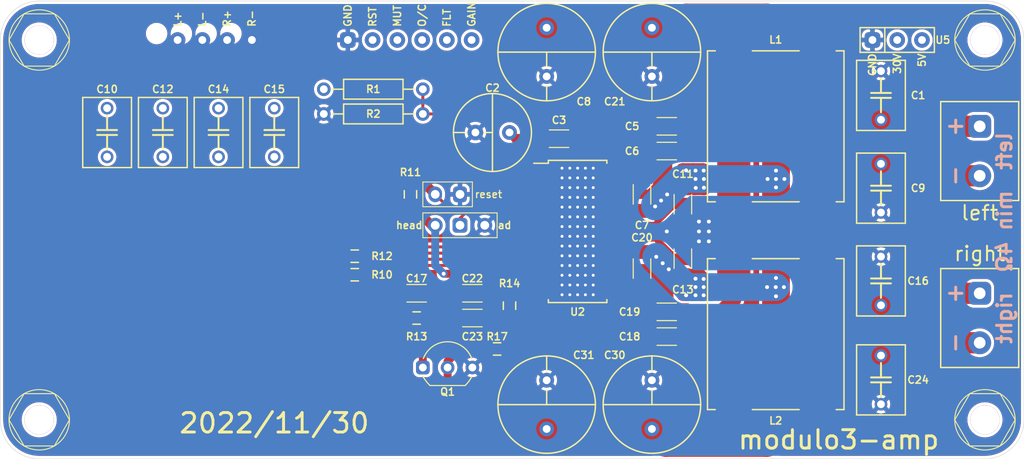
<source format=kicad_pcb>
(kicad_pcb (version 20211014) (generator pcbnew)
  (layers (0 "F.Cu" signal) (31 "B.Cu" signal) (34 "B.Paste" user) (35 "F.Paste" user) (36 "B.SilkS" user "B.Silkscreen") (37 "F.SilkS" user "F.Silkscreen") (38 "B.Mask" user) (39 "F.Mask" user) (44 "Edge.Cuts" user))
  (net 0 "")
  (net 1 "GND")
  (net 2 "Net-(C1-Pad1)")
  (net 3 "+5V")
  (net 4 "Net-(C5-Pad1)")
  (net 5 "Net-(C6-Pad1)")
  (net 6 "+BATT")
  (net 7 "Net-(C9-Pad2)")
  (net 8 "Net-(C10-Pad2)")
  (net 9 "Net-(C12-Pad2)")
  (net 10 "Net-(C14-Pad2)")
  (net 11 "Net-(C15-Pad2)")
  (net 12 "Net-(C16-Pad1)")
  (net 13 "Net-(C18-Pad2)")
  (net 14 "Net-(C19-Pad2)")
  (net 15 "Net-(C24-Pad2)")
  (net 16 "OTW_CLIP")
  (net 17 "FAULT")
  (net 18 "GAIN_SLV")
  (net 19 "Net-(R13-Pad2)")
  (net 20 "HEAD")
  (net 21 "Net-(C10-Pad1)")
  (net 22 "Net-(C12-Pad1)")
  (net 23 "Net-(C14-Pad1)")
  (net 24 "Net-(C15-Pad1)")
  (net 25 "/OUT1_P")
  (net 26 "/OUT1_M")
  (net 27 "/CMUTE")
  (net 28 "/OUT2_M")
  (net 29 "/OUT2_P")
  (net 30 "/GVDD")
  (net 31 "/FREQ_ADJ")
  (net 32 "/RESET")
  (net 39 "Net-(Q1-Pad2)")
  (footprint "myAmp:CPOL_D8_P3.5" (layer "F.Cu") (at 100.485 63.5 180)
    (fp_text reference "C2")
    (fp_text value "470μF")
  )
  (footprint "myAmp:C_1206" (layer "F.Cu") (at 118.364 62.865)
    (fp_text reference "C5")
    (fp_text value "33nF" hide)
  )
  (footprint "myAmp:C_1206" (layer "F.Cu") (at 120.015 70.866 -90)
    (fp_text reference "C11")
    (fp_text value "1μF" hide)
  )
  (footprint "myAmp:C_FILM_L7.2mm_W5.0mm_P5.00mm" (layer "F.Cu") (at 66.675 63.5 -90)
    (fp_text reference "C12")
    (fp_text value "1μF" hide)
  )
  (footprint "myAmp:C_FILM_L7.2mm_W5.0mm_P5.00mm" (layer "F.Cu") (at 72.39 63.5 -90)
    (fp_text reference "C14")
    (fp_text value "1μF" hide)
  )
  (footprint "myAmp:C_FILM_L7.2mm_W5.0mm_P5.00mm" (layer "F.Cu") (at 78.105 63.5 -90)
    (fp_text reference "C15")
    (fp_text value "1μF" hide)
  )
  (footprint "myAmp:C_1206" (layer "F.Cu") (at 92.71 80.01)
    (fp_text reference "C17")
    (fp_text value "33nF" hide)
  )
  (footprint "myAmp:C_1206" (layer "F.Cu") (at 115.824 77.47 -90)
    (fp_text reference "C20")
    (fp_text value "1μF" hide)
  )
  (footprint "myAmp:C_1206" (layer "F.Cu") (at 98.425 80.01 180)
    (fp_text reference "C22")
    (fp_text value "1μF" hide)
  )
  (footprint "myAmp:C_1206" (layer "F.Cu") (at 98.425 82.55 180)
    (fp_text reference "C23")
    (fp_text value "1μF" hide)
  )
  (footprint "myAmp:MountingHole" (layer "F.Cu") (at 151 93)
    (fp_text reference "J1" hide)
    (fp_text value "HOLE" hide)
  )
  (footprint "myAmp:MountingHole" (layer "F.Cu") (at 151 54)
    (fp_text reference "J2" hide)
    (fp_text value "HOLE" hide)
  )
  (footprint "myAmp:MountingHole" (layer "F.Cu") (at 54 54)
    (fp_text reference "J3" hide)
    (fp_text value "HOLE" hide)
  )
  (footprint "myAmp:MountingHole" (layer "F.Cu") (at 54 93)
    (fp_text reference "J4" hide)
    (fp_text value "HOLE" hide)
  )
  (footprint "myAmp:R_10MM" (layer "F.Cu") (at 88.265 61.595)
    (fp_text reference "R2")
    (fp_text value "5K6" hide)
  )
  (footprint "myAmp:R_0805" (layer "F.Cu") (at 92.075 69.85 -90)
    (fp_text reference "R11")
    (fp_text value "47K" hide)
  )
  (footprint "myAmp:Switch_2.5mm" (layer "F.Cu") (at 95.885 69.85)
    (fp_text reference "SW1" hide)
    (fp_text value "reset")
  )
  (footprint "myAmp:SW_SPDT_JUMPER" (layer "F.Cu") (at 97.155 73.025)
    (fp_text reference "SW3" hide)
    (fp_text value "HEAD/AD" hide)
  )
  (footprint "myAmp:CPOL_D10_P5" (layer "F.Cu") (at 106.045 55.245 -90)
    (fp_text reference "C8")
    (fp_text value "220μF")
  )
  (footprint "myAmp:CPOL_D10_P5" (layer "F.Cu") (at 116.84 55.245 -90)
    (fp_text reference "C21")
    (fp_text value "220μF")
  )
  (footprint "myAmp:CPOL_D10_P5" (layer "F.Cu") (at 116.84 91.44 90)
    (fp_text reference "C30")
    (fp_text value "220μF")
  )
  (footprint "myAmp:TSSOP-44_4.4x9.7mm_Pitch0.635mm_ThermalPad" (layer "F.Cu") (at 109.22 73.66)
    (fp_text reference "U2")
    (fp_text value "TPA3220" hide)
  )
  (footprint "myAmp:C_1206" (layer "F.Cu") (at 107.315 64.135 180)
    (fp_text reference "C3")
    (fp_text value "100nF" hide)
  )
  (footprint "myAmp:COILCRAFT-UA801x-AL" (layer "F.Cu") (at 129.54 84.201 -90)
    (fp_text reference "L2")
    (fp_text value "10μH")
  )
  (footprint "myAmp:C_1206" (layer "F.Cu") (at 118.364 81.915 180)
    (fp_text reference "C19")
    (fp_text value "33nF" hide)
  )
  (footprint "myAmp:C_1206" (layer "F.Cu") (at 118.364 65.405)
    (fp_text reference "C6")
    (fp_text value "33nF" hide)
  )
  (footprint "myAmp:C_1206" (layer "F.Cu") (at 118.364 84.455 180)
    (fp_text reference "C18")
    (fp_text value "33nF" hide)
  )
  (footprint "myAmp:CPOL_D10_P5" (layer "F.Cu") (at 106.045 91.44 90)
    (fp_text reference "C31")
    (fp_text value "220μF")
  )
  (footprint "myAmp:C_1206" (layer "F.Cu") (at 115.824 69.85 -90)
    (fp_text reference "C7")
    (fp_text value "1μF" hide)
  )
  (footprint "myAmp:C_1206" (layer "F.Cu") (at 120.015 76.454 90)
    (fp_text reference "C13")
    (fp_text value "1μF" hide)
  )
  (footprint "myAmp:R_0805" (layer "F.Cu") (at 102.235 81.28 90)
    (fp_text reference "R14")
    (fp_text value "3R3" hide)
  )
  (footprint "myAmp:R_0805" (layer "F.Cu") (at 86.36 76.2)
    (fp_text reference "R12")
    (fp_text value "100K" hide)
  )
  (footprint "myAmp:R_10MM" (layer "F.Cu") (at 88.265 59.055 180)
    (fp_text reference "R1")
    (fp_text value "100K" hide)
  )
  (footprint "myAmp:COILCRAFT-UA801x-AL" (layer "F.Cu") (at 129.54 62.865 -90)
    (fp_text reference "L1")
    (fp_text value "10μH")
  )
  (footprint "myAmp:R_0805" (layer "F.Cu") (at 86.36 78.105)
    (fp_text reference "R10")
    (fp_text value "100K" hide)
  )
  (footprint "myAmp:SPKR_5MM_BLUE" (layer "F.Cu") (at 150.46 65.405 90)
    (fp_text reference "SPK1" hide)
    (fp_text value "left")
  )
  (footprint "myAmp:SPKR_5MM_BLUE" (layer "F.Cu") (at 150.46 82.55 90)
    (fp_text reference "SPK2" hide)
    (fp_text value "right")
  )
  (footprint "myAmp:C_FILM_L7.2mm_W5.0mm_P5.00mm" (layer "F.Cu") (at 140.335 59.69 90)
    (fp_text reference "C1")
    (fp_text value "1μF" hide)
  )
  (footprint "myAmp:C_FILM_L7.2mm_W5.0mm_P5.00mm" (layer "F.Cu") (at 140.335 69.215 90)
    (fp_text reference "C9")
    (fp_text value "1μF" hide)
  )
  (footprint "myAmp:C_FILM_L7.2mm_W5.0mm_P5.00mm" (layer "F.Cu") (at 140.335 78.74 90)
    (fp_text reference "C16")
    (fp_text value "1μF" hide)
  )
  (footprint "myAmp:C_FILM_L7.2mm_W5.0mm_P5.00mm" (layer "F.Cu") (at 140.335 88.9 90)
    (fp_text reference "C24")
    (fp_text value "1μF" hide)
  )
  (footprint "myAmp:C_FILM_L7.2mm_W5.0mm_P5.00mm" (layer "F.Cu") (at 60.96 63.5 -90)
    (fp_text reference "C10")
    (fp_text value "1μF" hide)
  )
  (footprint "myAmp:R_0805" (layer "F.Cu") (at 92.71 82.55)
    (fp_text reference "R13")
    (fp_text value "1K" hide)
  )
  (footprint "myAmp:DIFFAUDIO" (layer "F.Cu") (at 72 54)
    (fp_text reference "U1" hide)
    (fp_text value "DIFFAUDIO" hide)
  )
  (footprint "myAmp:AMPCTRL" (layer "F.Cu") (at 92 54)
    (fp_text reference "U6" hide)
    (fp_text value "AMPCTRL" hide)
  )
  (footprint "myAmp:TO-92_Inline_Wide" (layer "F.Cu") (at 95.885 87.63)
    (fp_text reference "Q1")
    (fp_text value "BS170" hide)
  )
  (footprint "myAmp:PWR_CONN" (layer "F.Cu") (at 142 54)
    (fp_text reference "U5")
    (fp_text value "PWR_CONN" hide)
  )
  (footprint "myAmp:R_0805" (layer "F.Cu") (at 100.965 85.725)
    (fp_text reference "R17")
    (fp_text value "47K" hide)
  )
  (gr_line (start 147.365 80.01) (end 148.635 80.01) (layer "B.SilkS") (width 0.3))
  (gr_line (start 148 79.375) (end 148 80.645) (layer "B.SilkS") (width 0.3))
  (gr_line (start 148 84.455) (end 148 85.725) (layer "B.SilkS") (width 0.3))
  (gr_line (start 148 67.31) (end 148 68.58) (layer "B.SilkS") (width 0.3))
  (gr_line (start 148 62.23) (end 148 63.5) (layer "B.SilkS") (width 0.3))
  (gr_line (start 147.365 62.865) (end 148.635 62.865) (layer "B.SilkS") (width 0.3))
  (gr_line (start 54 97) (end 151 97) (layer "Edge.Cuts") (width 0.05))
  (gr_line (start 50 54) (end 50 93) (layer "Edge.Cuts") (width 0.05))
  (gr_line (start 155 54) (end 155 93) (layer "Edge.Cuts") (width 0.05))
  (gr_arc (start 155 93) (mid 153.828427 95.828427) (end 151 97) (layer "Edge.Cuts") (width 0.05))
  (gr_line (start 54 50) (end 151 50) (layer "Edge.Cuts") (width 0.05))
  (gr_arc (start 151 50) (mid 153.828427 51.171573) (end 155 54) (layer "Edge.Cuts") (width 0.05))
  (gr_arc (start 50 54) (mid 51.171573 51.171573) (end 54 50) (layer "Edge.Cuts") (width 0.05))
  (gr_arc (start 54 97) (mid 51.171573 95.828427) (end 50 93) (layer "Edge.Cuts") (width 0.05))
  (gr_text "right" (at 153 82.55 90) (layer "B.SilkS") (effects (font (size 1.5 1.5) (thickness 0.3)) (justify mirror)))
  (gr_text "left" (at 153 65.405 90) (layer "B.SilkS") (effects (font (size 1.5 1.5) (thickness 0.3)) (justify mirror)))
  (gr_text "min 4Ω" (at 153 73.66 90) (layer "B.SilkS") (effects (font (size 1.5 1.5) (thickness 0.3)) (justify mirror)))
  (gr_text "ad" (at 101.727 73.025) (layer "F.SilkS") (effects (font (size 0.75 0.75))))
  (gr_text "head" (at 91.948 73.025) (layer "F.SilkS") (effects (font (size 0.75 0.75))))
  (gr_text "modulo3-amp" (at 136 95.0468) (layer "F.SilkS") (effects (font (size 1.9 1.9) (thickness 0.3))))
  (gr_text "2022/11/30" (at 78.105 93.345) (layer "F.SilkS") (effects (font (size 2 2) (thickness 0.3))))
  (segment (start 122.682 74.676) (end 120.093 74.676) (width 0.9652) (layer "F.Cu") (net 1))
  (segment (start 122.682 72.644) (end 122.682 74.676) (width 0.9652) (layer "F.Cu") (net 1))
  (segment (start 110.02 79.16) (end 110.02 78.905) (width 0.9652) (layer "F.Cu") (net 1))
  (segment (start 114.9586 79.17) (end 115.824 79.17) (width 0.9652) (layer "F.Cu") (net 1))
  (segment (start 120.093 74.676) (end 120.015 74.754) (width 0.9652) (layer "F.Cu") (net 1))
  (segment (start 107.5998 70.1802) (end 107.62 70.16) (width 1.524) (layer "F.Cu") (net 1))
  (segment (start 104.6988 78.4352) (end 104.7115 78.4225) (width 1.524) (layer "F.Cu") (net 1))
  (segment (start 112.97 68.2625) (end 112.97 68.8975) (width 0.3048) (layer "F.Cu") (net 1))
  (segment (start 110.5292 73.6692) (end 110.02 73.16) (width 0.9652) (layer "F.Cu") (net 1))
  (segment (start 105.3211 79.0575) (end 105.47 79.0575) (width 0.3048) (layer "F.Cu") (net 1))
  (segment (start 112.97 79.0575) (end 112.97 78.4225) (width 0.3048) (layer "F.Cu") (net 1))
  (segment (start 112.97 73.3425) (end 112.97 73.6692) (width 0.3048) (layer "F.Cu") (net 1))
  (segment (start 114.9096 68.5546) (end 110.4146 68.5546) (width 0.9652) (layer "F.Cu") (net 1))
  (segment (start 120.015 72.566) (end 120.015 73.66) (width 1.3208) (layer "F.Cu") (net 1))
  (segment (start 120.093 72.644) (end 120.015 72.566) (width 0.9652) (layer "F.Cu") (net 1))
  (segment (start 110.4146 68.5546) (end 110.02 68.16) (width 0.9652) (layer "F.Cu") (net 1))
  (segment (start 115.824 68.15) (end 115.3142 68.15) (width 0.9652) (layer "F.Cu") (net 1))
  (segment (start 109.855 78.74) (end 114.5286 78.74) (width 0.9652) (layer "F.Cu") (net 1))
  (segment (start 120.015 73.66) (end 120.015 74.754) (width 1.3208) (layer "F.Cu") (net 1))
  (segment (start 117.856 73.66) (end 119.126 72.39) (width 0.6096) (layer "F.Cu") (net 1))
  (segment (start 115.3142 68.15) (end 114.9096 68.5546) (width 0.9652) (layer "F.Cu") (net 1))
  (segment (start 112.97 73.6692) (end 112.97 73.9775) (width 0.3048) (layer "F.Cu") (net 1))
  (segment (start 121.666 73.66) (end 119.38 73.66) (width 2.1844) (layer "F.Cu") (net 1))
  (segment (start 104.7115 78.4225) (end 108.1575 78.4225) (width 1.524) (layer "F.Cu") (net 1))
  (segment (start 117.856 73.66) (end 119.126 74.93) (width 0.6096) (layer "F.Cu") (net 1))
  (segment (start 110.02 78.905) (end 109.855 78.74) (width 0.9652) (layer "F.Cu") (net 1))
  (segment (start 104.6988 78.4352) (end 105.3211 79.0575) (width 0.3048) (layer "F.Cu") (net 1))
  (segment (start 112.9792 73.66) (end 112.97 73.6692) (width 0.6604) (layer "F.Cu") (net 1))
  (segment (start 104.4448 70.1802) (end 107.5998 70.1802) (width 1.524) (layer "F.Cu") (net 1))
  (segment (start 122.682 72.644) (end 120.093 72.644) (width 0.9652) (layer "F.Cu") (net 1))
  (segment (start 114.5286 78.74) (end 114.9586 79.17) (width 0.9652) (layer "F.Cu") (net 1))
  (segment (start 108.1575 78.4225) (end 108.42 78.16) (width 1.524) (layer "F.Cu") (net 1))
  (segment (start 112.97 73.6692) (end 110.5292 73.6692) (width 0.9652) (layer "F.Cu") (net 1))
  (segment (start 118.364 73.66) (end 112.9792 73.66) (width 0.6604) (layer "F.Cu") (net 1))
  (via (at 121.666 73.66) (size 0.8) (drill 0.4) (layers "F.Cu" "B.Cu") (net 1))
  (via (at 122.682 73.66) (size 0.8) (drill 0.4) (layers "F.Cu" "B.Cu") (net 1))
  (via (at 122.682 74.676) (size 0.8) (drill 0.4) (layers "F.Cu" "B.Cu") (net 1))
  (via (at 121.666 74.676) (size 0.8) (drill 0.4) (layers "F.Cu" "B.Cu") (net 1))
  (via (at 118.364 73.66) (size 0.8) (drill 0.4) (layers "F.Cu" "B.Cu") (net 1))
  (via (at 121.666 72.644) (size 0.8) (drill 0.4) (layers "F.Cu" "B.Cu") (net 1))
  (via (at 122.682 72.644) (size 0.8) (drill 0.4) (layers "F.Cu" "B.Cu") (net 1))
  (segment (start 133.84 57.715) (end 135.82 57.715) (width 2.1844) (layer "F.Cu") (net 2))
  (segment (start 140.295 62.19) (end 140.335 62.19) (width 2.1844) (layer "F.Cu") (net 2))
  (segment (start 141.01 62.865) (end 140.335 62.19) (width 2.1844) (layer "F.Cu") (net 2))
  (segment (start 150.46 62.865) (end 141.01 62.865) (width 2.1844) (layer "F.Cu") (net 2))
  (segment (start 135.82 57.715) (end 140.295 62.19) (width 2.1844) (layer "F.Cu") (net 2))
  (segment (start 98.679 78.0034) (end 95.4786 78.0034) (width 0.8128) (layer "F.Cu") (net 3))
  (segment (start 105.47 79.6925) (end 103.9241 79.6925) (width 0.3048) (layer "F.Cu") (net 3))
  (segment (start 105.615 64.135) (end 102.87 64.135) (width 0.9652) (layer "F.Cu") (net 3))
  (segment (start 105.47 66.9925) (end 105.47 64.28) (width 0.3048) (layer "F.Cu") (net 3))
  (segment (start 94.25 73.025) (end 92.075 70.85) (width 0.9652) (layer "F.Cu") (net 3))
  (segment (start 103.3366 80.28) (end 102.235 80.28) (width 0.3048) (layer "F.Cu") (net 3))
  (segment (start 100.125 79.4494) (end 98.679 78.0034) (width 0.8128) (layer "F.Cu") (net 3))
  (segment (start 101.1334 80.28) (end 102.235 80.28) (width 0.6096) (layer "F.Cu") (net 3))
  (segment (start 100.8634 80.01) (end 101.1334 80.28) (width 0.6096) (layer "F.Cu") (net 3))
  (segment (start 100.125 80.01) (end 100.125 79.4494) (width 0.8128) (layer "F.Cu") (net 3))
  (segment (start 100.125 80.01) (end 100.8634 80.01) (width 0.6096) (layer "F.Cu") (net 3))
  (segment (start 94.615 73.025) (end 94.25 73.025) (width 0.9652) (layer "F.Cu") (net 3))
  (segment (start 105.47 64.28) (end 105.615 64.135) (width 0.3048) (layer "F.Cu") (net 3))
  (segment (start 103.9241 79.6925) (end 103.3366 80.28) (width 0.3048) (layer "F.Cu") (net 3))
  (via (at 95.4786 78.0034) (size 0.8) (drill 0.4) (layers "F.Cu" "B.Cu") (net 3))
  (segment (start 94.615 77.1398) (end 95.4786 78.0034) (width 0.8128) (layer "B.Cu") (net 3))
  (segment (start 94.615 73.025) (end 94.615 77.1398) (width 0.8128) (layer "B.Cu") (net 3))
  (segment (start 112.97 66.9925) (end 114.176439 66.9925) (width 0.3048) (layer "F.Cu") (net 4))
  (segment (start 115.2906 65.878339) (end 115.2906 64.2384) (width 0.3048) (layer "F.Cu") (net 4))
  (segment (start 114.176439 66.9925) (end 115.2906 65.878339) (width 0.3048) (layer "F.Cu") (net 4))
  (segment (start 115.2906 64.2384) (end 116.664 62.865) (width 0.3048) (layer "F.Cu") (net 4))
  (segment (start 112.97 67.6275) (end 114.331023 67.6275) (width 0.3048) (layer "F.Cu") (net 5))
  (segment (start 116.553523 65.405) (end 116.664 65.405) (width 0.3048) (layer "F.Cu") (net 5))
  (segment (start 114.331023 67.6275) (end 116.553523 65.405) (width 0.3048) (layer "F.Cu") (net 5))
  (segment (start 121.7658 78.154) (end 122.1486 78.5368) (width 1.3208) (layer "F.Cu") (net 6))
  (segment (start 120.015 69.166) (end 120.015 67.4116) (width 1.524) (layer "F.Cu") (net 6))
  (segment (start 113.8047 75.8825) (end 113.8174 75.8952) (width 1.524) (layer "F.Cu") (net 6))
  (segment (start 129.5654 69.1388) (end 129.5654 68.2752) (width 2.8448) (layer "F.Cu") (net 6))
  (segment (start 120.395911 51.689089) (end 119.34 52.745) (width 2.8448) (layer "F.Cu") (net 6))
  (segment (start 129.5654 68.2752) (end 129.5654 67.4116) (width 2.8448) (layer "F.Cu") (net 6))
  (segment (start 113.8047 71.4375) (end 113.8174 71.4502) (width 1.524) (layer "F.Cu") (net 6))
  (segment (start 129.5654 94.427422) (end 129.5654 69.1388) (width 2.8448) (layer "F.Cu") (net 6))
  (segment (start 118.4021 69.8627) (end 117.7798 70.485) (width 1.3208) (layer "F.Cu") (net 6))
  (segment (start 112.97 75.8825) (end 113.8047 75.8825) (width 1.524) (layer "F.Cu") (net 6))
  (segment (start 120.0404 79.0194) (end 120.0404 80.12608) (width 1.3208) (layer "F.Cu") (net 6))
  (segment (start 117.9449 76.9239) (end 118.5672 77.5462) (width 1.3208) (layer "F.Cu") (net 6))
  (segment (start 120.3452 67.3862) (end 120.3452 67.9196) (width 1.3208) (layer "F.Cu") (net 6))
  (segment (start 120.015 80.0862) (end 120.015 78.154) (width 1.3208) (layer "F.Cu") (net 6))
  (segment (start 116.791 75.77) (end 117.2845 76.2635) (width 1.3208) (layer "F.Cu") (net 6))
  (segment (start 115.824 75.77) (end 113.9426 75.77) (width 1.3208) (layer "F.Cu") (net 6))
  (segment (start 120.015 80.12608) (end 122.15584 80.12608) (width 1.3208) (layer "F.Cu") (net 6))
  (segment (start 117.7798 70.485) (end 117.1702 71.0946) (width 1.3208) (layer "F.Cu") (net 6))
  (segment (start 120.015 69.166) (end 120.318 69.166) (width 1.524) (layer "F.Cu") (net 6))
  (segment (start 115.824 75.77) (end 116.791 75.77) (width 1.3208) (layer "F.Cu") (net 6))
  (segment (start 122.1486 79.375) (end 121.236 79.375) (width 1.3208) (layer "F.Cu") (net 6))
  (segment (start 120.015 69.166) (end 121.1816 69.166) (width 1.524) (layer "F.Cu") (net 6))
  (segment (start 118.5672 77.5462) (end 120.0404 79.0194) (width 1.3208) (layer "F.Cu") (net 6))
  (segment (start 121.1816 69.166) (end 122.1722 69.166) (width 1.524) (layer "F.Cu") (net 6))
  (segment (start 122.174 67.5386) (end 122.174 68.2752) (width 1.524) (layer "F.Cu") (net 6))
  (segment (start 118.276911 95.376911) (end 128.615911 95.376911) (width 2.8448) (layer "F.Cu") (net 6))
  (segment (start 120.015 67.4116) (end 121.0564 67.4116) (width 1.524) (layer "F.Cu") (net 6))
  (segment (start 117.1702 71.0946) (end 116.7148 71.55) (width 1.3208) (layer "F.Cu") (net 6))
  (segment (start 116.84 93.94) (end 118.276911 95.376911) (width 2.8448) (layer "F.Cu") (net 6))
  (segment (start 121.236 79.375) (end 120.015 78.154) (width 1.3208) (layer "F.Cu") (net 6))
  (segment (start 122.174 68.2752) (end 122.174 69.1642) (width 1.524) (layer "F.Cu") (net 6))
  (segment (start 117.2845 76.2635) (end 117.9449 76.9239) (width 1.3208) (layer "F.Cu") (net 6))
  (segment (start 121.1072 68.2752) (end 120.9058 68.2752) (width 1.524) (layer "F.Cu") (net 6))
  (segment (start 116.84 93.94) (end 106.045 93.94) (width 2.8448) (layer "F.Cu") (net 6))
  (segment (start 122.15584 80.12608) (end 122.15584 78.54404) (width 1.3208) (layer "F.Cu") (net 6))
  (segment (start 116.84 52.745) (end 106.045 52.745) (width 2.8448) (layer "F.Cu") (net 6))
  (segment (start 121.0564 67.4116) (end 122.047 67.4116) (width 1.524) (layer "F.Cu") (net 6))
  (segment (start 122.047 67.4116) (end 122.174 67.5386) (width 1.524) (layer "F.Cu") (net 6))
  (segment (start 129.5654 67.4116) (end 129.5654 52.638578) (width 2.8448) (layer "F.Cu") (net 6))
  (segment (start 122.174 68.2752) (end 121.1072 68.2752) (width 1.524) (layer "F.Cu") (net 6))
  (segment (start 129.5654 52.638578) (end 128.615911 51.689089) (width 2.8448) (layer "F.Cu") (net 6))
  (segment (start 113.9426 75.77) (end 113.8174 75.8952) (width 1.3208) (layer "F.Cu") (net 6))
  (segment (start 122.1722 69.166) (end 122.174 69.1642) (width 1.524) (layer "F.Cu") (net 6))
  (segment (start 115.824 71.55) (end 113.9172 71.55) (width 1.3208) (layer "F.Cu") (net 6))
  (segment (start 112.97 71.4375) (end 113.8047 71.4375) (width 1.524) (layer "F.Cu") (net 6))
  (segment (start 122.15584 78.54404) (end 122.1486 78.5368) (width 1.3208) (layer "F.Cu") (net 6))
  (segment (start 128.615911 51.689089) (end 120.395911 51.689089) (width 2.8448) (layer "F.Cu") (net 6))
  (segment (start 119.34 52.745) (end 116.84 52.745) (width 2.8448) (layer "F.Cu") (net 6))
  (segment (start 128.615911 95.376911) (end 129.5654 94.427422) (width 2.8448) (layer "F.Cu") (net 6))
  (segment (start 116.7148 71.55) (end 115.824 71.55) (width 1.3208) (layer "F.Cu") (net 6))
  (segment (start 113.9172 71.55) (end 113.8174 71.4502) (width 1.3208) (layer "F.Cu") (net 6))
  (segment (start 120.9058 68.2752) (end 120.015 69.166) (width 1.524) (layer "F.Cu") (net 6))
  (segment (start 120.015 78.154) (end 121.7658 78.154) (width 1.3208) (layer "F.Cu") (net 6))
  (segment (start 120.3452 67.9196) (end 118.4021 69.8627) (width 1.3208) (layer "F.Cu") (net 6))
  (via (at 122.1486 79.375) (size 0.8) (drill 0.4) (layers "F.Cu" "B.Cu") (net 6))
  (via (at 122.1486 78.5368) (size 0.8) (drill 0.4) (layers "F.Cu" "B.Cu") (net 6))
  (via (at 128.651 79.375) (size 0.8) (drill 0.4) (layers "F.Cu" "B.Cu") (net 6))
  (via (at 118.4021 69.8627) (size 0.8) (drill 0.4) (layers "F.Cu" "B.Cu") (net 6))
  (via (at 117.2845 76.2635) (size 0.8) (drill 0.4) (layers "F.Cu" "B.Cu") (net 6))
  (via (at 129.5654 80.3148) (size 0.8) (drill 0.4) (layers "F.Cu" "B.Cu") (net 6))
  (via (at 128.7018 68.2752) (size 0.8) (drill 0.4) (layers "F.Cu" "B.Cu") (net 6))
  (via (at 121.3104 67.4116) (size 0.8) (drill 0.4) (layers "F.Cu" "B.Cu") (net 6))
  (via (at 121.3104 80.2132) (size 0.8) (drill 0.4) (layers "F.Cu" "B.Cu") (net 6))
  (via (at 130.429 68.2752) (size 0.8) (drill 0.4) (layers "F.Cu" "B.Cu") (net 6))
  (via (at 121.3104 68.2752) (size 0.8) (drill 0.4) (layers "F.Cu" "B.Cu") (net 6))
  (via (at 120.3452 67.3862) (size 0.8) (drill 0.4) (layers "F.Cu" "B.Cu") (net 6))
  (via (at 122.1486 67.4116) (size 0.8) (drill 0.4) (layers "F.Cu" "B.Cu") (net 6))
  (via (at 117.7798 70.485) (size 0.8) (drill 0.4) (layers "F.Cu" "B.Cu") (net 6))
  (via (at 129.5654 69.1388) (size 0.8) (drill 0.4) (layers "F.Cu" "B.Cu") (net 6))
  (via (at 117.1702 71.0946) (size 0.8) (drill 0.4) (layers "F.Cu" "B.Cu") (net 6))
  (via (at 129.54 79.375) (size 0.8) (drill 0.4) (layers "F.Cu" "B.Cu") (net 6))
  (via (at 121.3358 69.1896) (size 0.8) (drill 0.4) (layers "F.Cu" "B.Cu") (net 6))
  (via (at 129.5654 68.2752) (size 0.8) (drill 0.4) (layers "F.Cu" "B.Cu") (net 6))
  (via (at 130.3782 79.375) (size 0.8) (drill 0.4) (layers "F.Cu" "B.Cu") (net 6))
  (via (at 117.9449 76.9239) (size 0.8) (drill 0.4) (layers "F.Cu" "B.Cu") (net 6))
  (via (at 122.1486 80.2132) (size 0.8) (drill 0.4) (layers "F.Cu" "B.Cu") (net 6))
  (via (at 121.3104 79.375) (size 0.8) (drill 0.4) (layers "F.Cu" "B.Cu") (net 6))
  (via (at 120.3452 80.2132) (size 0.8) (drill 0.4) (layers "F.Cu" "B.Cu") (net 6))
  (via (at 121.3104 78.5114) (size 0.8) (drill 0.4) (layers "F.Cu" "B.Cu") (net 6))
  (via (at 129.5654 67.4116) (size 0.8) (drill 0.4) (layers "F.Cu" "B.Cu") (net 6))
  (via (at 129.5654 78.4352) (size 0.8) (drill 0.4) (layers "F.Cu" "B.Cu") (net 6))
  (via (at 122.174 69.1642) (size 0.8) (drill 0.4) (layers "F.Cu" "B.Cu") (net 6))
  (via (at 118.5672 77.5462) (size 0.8) (drill 0.4) (layers "F.Cu" "B.Cu") (net 6))
  (via (at 122.174 68.2752) (size 0.8) (drill 0.4) (layers "F.Cu" "B.Cu") (net 6))
  (segment (start 121.8692 79.375) (end 122.8852 79.375) (width 2.8448) (layer "B.Cu") (net 6))
  (segment (start 121.031 79.375) (end 121.8692 79.375) (width 2.8448) (layer "B.Cu") (net 6))
  (segment (start 117.2845 76.2635) (end 120.396 79.375) (width 2.8448) (layer "B.Cu") (net 6))
  (segment (start 117.1702 71.0946) (end 119.9896 68.2752) (width 2.8448) (layer "B.Cu") (net 6))
  (segment (start 117.1702 70.8914) (end 117.1702 71.0946) (width 2.8448) (layer "B.Cu") (net 6))
  (segment (start 122.8852 79.375) (end 129.54 79.375) (width 2.8448) (layer "B.Cu") (net 6))
  (segment (start 119.9896 68.2752) (end 129.5654 68.2752) (width 2.8448) (layer "B.Cu") (net 6))
  (segment (start 120.396 79.375) (end 121.031 79.375) (width 2.8448) (layer "B.Cu") (net 6))
  (segment (start 119.761 68.3006) (end 117.1702 70.8914) (width 2.8448) (layer "B.Cu") (net 6))
  (segment (start 147.32 67.945) (end 150.46 67.945) (width 2.1844) (layer "F.Cu") (net 7))
  (segment (start 146.09 66.715) (end 147.32 67.945) (width 2.1844) (layer "F.Cu") (net 7))
  (segment (start 140.335 66.715) (end 140.295 66.715) (width 2.1844) (layer "F.Cu") (net 7))
  (segment (start 140.335 66.715) (end 146.09 66.715) (width 2.1844) (layer "F.Cu") (net 7))
  (segment (start 140.295 66.715) (end 136.745 70.265) (width 2.1844) (layer "F.Cu") (net 7))
  (segment (start 136.745 70.265) (end 133.84 70.265) (width 2.1844) (layer "F.Cu") (net 7))
  (segment (start 81.28 67.35) (end 82.5646 66.0654) (width 0.3048) (layer "F.Cu") (net 8))
  (segment (start 101.6254 69.85) (end 103.2129 71.4375) (width 0.3048) (layer "F.Cu") (net 8))
  (segment (start 100.50346 69.85) (end 101.6254 69.85) (width 0.3048) (layer "F.Cu") (net 8))
  (segment (start 96.71886 66.0654) (end 100.50346 69.85) (width 0.3048) (layer "F.Cu") (net 8))
  (segment (start 82.5646 66.0654) (end 96.71886 66.0654) (width 0.3048) (layer "F.Cu") (net 8))
  (segment (start 103.2129 71.4375) (end 105.47 71.4375) (width 0.3048) (layer "F.Cu") (net 8))
  (segment (start 101.4476 70.485) (end 100.33 70.485) (width 0.3048) (layer "F.Cu") (net 9))
  (segment (start 105.47 72.0725) (end 103.0351 72.0725) (width 0.3048) (layer "F.Cu") (net 9))
  (segment (start 87.67 66.675) (end 86.995 67.35) (width 0.3048) (layer "F.Cu") (net 9))
  (segment (start 96.52 66.675) (end 87.67 66.675) (width 0.3048) (layer "F.Cu") (net 9))
  (segment (start 103.0351 72.0725) (end 101.4476 70.485) (width 0.3048) (layer "F.Cu") (net 9))
  (segment (start 100.33 70.485) (end 96.52 66.675) (width 0.3048) (layer "F.Cu") (net 9))
  (segment (start 105.47 75.8825) (end 91.7829 75.8825) (width 0.3048) (layer "F.Cu") (net 10))
  (segment (start 87.6554 80.01) (end 82.59 80.01) (width 0.3048) (layer "F.Cu") (net 10))
  (segment (start 91.7829 75.8825) (end 87.6554 80.01) (width 0.3048) (layer "F.Cu") (net 10))
  (segment (start 105.47 76.5175) (end 92.0115 76.5175) (width 0.3048) (layer "F.Cu") (net 11))
  (segment (start 138.4 79.305) (end 140.335 81.24) (width 2.1844) (layer "F.Cu") (net 12))
  (segment (start 146.09 81.24) (end 147.32 80.01) (width 2.1844) (layer "F.Cu") (net 12))
  (segment (start 147.32 80.01) (end 150.46 80.01) (width 2.1844) (layer "F.Cu") (net 12))
  (segment (start 140.335 81.24) (end 146.09 81.24) (width 2.1844) (layer "F.Cu") (net 12))
  (segment (start 133.84 79.305) (end 138.4 79.305) (width 2.1844) (layer "F.Cu") (net 12))
  (segment (start 113.7793 80.3275) (end 115.3668 81.915) (width 0.3048) (layer "F.Cu") (net 13))
  (segment (start 115.3668 81.915) (end 115.3668 83.1578) (width 0.3048) (layer "F.Cu") (net 13))
  (segment (start 115.3668 83.1578) (end 116.664 84.455) (width 0.3048) (layer "F.Cu") (net 13))
  (segment (start 112.97 80.3275) (end 113.7793 80.3275) (width 0.3048) (layer "F.Cu") (net 13))
  (segment (start 112.97 79.6925) (end 114.056822 79.6925) (width 0.3048) (layer "F.Cu") (net 14))
  (segment (start 116.279322 81.915) (end 116.664 81.915) (width 0.3048) (layer "F.Cu") (net 14))
  (segment (start 114.056822 79.6925) (end 116.279322 81.915) (width 0.3048) (layer "F.Cu") (net 14))
  (segment (start 134.84 91.855) (end 140.295 86.4) (width 2.1844) (layer "F.Cu") (net 15))
  (segment (start 141.645 85.09) (end 140.335 86.4) (width 2.1844) (layer "F.Cu") (net 15))
  (segment (start 140.295 86.4) (end 140.335 86.4) (width 2.1844) (layer "F.Cu") (net 15))
  (segment (start 133.84 91.855) (end 134.84 91.855) (width 2.1844) (layer "F.Cu") (net 15))
  (segment (start 150.46 85.09) (end 141.645 85.09) (width 2.1844) (layer "F.Cu") (net 15))
  (segment (start 100.4951 68.2625) (end 97.0026 64.77) (width 0.3048) (layer "F.Cu") (net 16))
  (segment (start 105.47 68.2625) (end 100.4951 68.2625) (width 0.3048) (layer "F.Cu") (net 16))
  (segment (start 96.84803 65.405) (end 100.34053 68.8975) (width 0.3048) (layer "F.Cu") (net 17))
  (segment (start 100.34053 68.8975) (end 105.47 68.8975) (width 0.3048) (layer "F.Cu") (net 17))
  (segment (start 101.8667 67.6275) (end 105.47 67.6275) (width 0.3048) (layer "F.Cu") (net 18))
  (segment (start 101.854 67.6402) (end 101.8667 67.6275) (width 0.3048) (layer "F.Cu") (net 18))
  (segment (start 93.345 59.055) (end 93.345 61.595) (width 0.3048) (layer "F.Cu") (net 18))
  (segment (start 100.6856 67.6402) (end 101.854 67.6402) (width 0.3048) (layer "F.Cu") (net 18))
  (segment (start 93.345 61.595) (end 94.6404 61.595) (width 0.3048) (layer "F.Cu") (net 18))
  (segment (start 94.6404 61.595) (end 100.6856 67.6402) (width 0.3048) (layer "F.Cu") (net 18))
  (segment (start 93.345 85.09) (end 93.345 87.63) (width 0.8128) (layer "F.Cu") (net 19))
  (segment (start 93.71 82.55) (end 93.71 84.725) (width 0.8128) (layer "F.Cu") (net 19))
  (segment (start 93.71 84.725) (end 93.345 85.09) (width 0.8128) (layer "F.Cu") (net 19))
  (segment (start 97.155 72.3138) (end 97.155 73.025) (width 0.3048) (layer "F.Cu") (net 20))
  (segment (start 101.0666 71.755) (end 97.7138 71.755) (width 0.3048) (layer "F.Cu") (net 20))
  (segment (start 102.6541 73.3425) (end 101.0666 71.755) (width 0.3048) (layer "F.Cu") (net 20))
  (segment (start 97.7138 71.755) (end 97.155 72.3138) (width 0.3048) (layer "F.Cu") (net 20))
  (segment (start 105.47 73.3425) (end 102.6541 73.3425) (width 0.3048) (layer "F.Cu") (net 20))
  (segment (start 116.518995 69.840805) (end 117.401899 68.957901) (width 0.8128) (layer "F.Cu") (net 25))
  (segment (start 112.6328 69.8408) (end 112.6236 69.85) (width 0.9652) (layer "F.Cu") (net 25))
  (segment (start 118.4402 67.849622) (end 117.401911 68.887911) (width 0.9652) (layer "F.Cu") (net 25))
  (segment (start 112.97 69.5325) (end 112.9411 69.5325) (width 0.3048) (layer "F.Cu") (net 25))
  (segment (start 112.97 70.1675) (end 112.9411 70.1675) (width 0.3048) (layer "F.Cu") (net 25))
  (segment (start 112.9411 69.5325) (end 112.6236 69.85) (width 0.3048) (layer "F.Cu") (net 25))
  (segment (start 120.064 62.7652) (end 125.24 57.5892) (width 1.3208) (layer "F.Cu") (net 25))
  (segment (start 125.24 57.5892) (end 125.24 55.465) (width 1.3208) (layer "F.Cu") (net 25))
  (segment (start 112.9411 70.1675) (end 112.6236 69.85) (width 0.3048) (layer "F.Cu") (net 25))
  (segment (start 120.064 62.865) (end 120.064 62.7652) (width 1.3208) (layer "F.Cu") (net 25))
  (segment (start 116.449022 69.8408) (end 112.6328 69.8408) (width 0.9652) (layer "F.Cu") (net 25))
  (segment (start 118.4402 63.8556) (end 118.4402 67.849622) (width 0.9652) (layer "F.Cu") (net 25))
  (segment (start 119.4308 62.865) (end 118.4402 63.8556) (width 0.9652) (layer "F.Cu") (net 25))
  (segment (start 120.064 62.865) (end 119.4308 62.865) (width 0.9652) (layer "F.Cu") (net 25))
  (segment (start 117.401911 68.957889) (end 117.401911 68.887911) (width 0.6604) (layer "F.Cu") (net 25))
  (segment (start 116.449022 69.8408) (end 116.519 69.8408) (width 0.6604) (layer "F.Cu") (net 25))
  (segment (start 117.414926 72.609326) (end 117.151172 72.87308) (width 0.4064) (layer "F.Cu") (net 26))
  (segment (start 119.158252 70.866) (end 117.414926 72.609326) (width 0.6604) (layer "F.Cu") (net 26))
  (segment (start 112.97 72.7075) (end 114.13394 72.7075) (width 0.3048) (layer "F.Cu") (net 26))
  (segment (start 124.0722 70.866) (end 119.634 70.866) (width 1.3208) (layer "F.Cu") (net 26))
  (segment (start 114.13394 72.7075) (end 114.29952 72.87308) (width 0.3048) (layer "F.Cu") (net 26))
  (segment (start 120.064 65.405) (end 125.24 65.405) (width 1.3208) (layer "F.Cu") (net 26))
  (segment (start 117.151172 72.87308) (end 114.29952 72.87308) (width 0.4064) (layer "F.Cu") (net 26))
  (segment (start 119.7356 70.866) (end 119.158252 70.866) (width 0.6604) (layer "F.Cu") (net 26))
  (segment (start 125.24 65.405) (end 125.24 68.015) (width 1.3208) (layer "F.Cu") (net 26))
  (segment (start 91.01 78.3318) (end 91.01 80.01) (width 0.3048) (layer "F.Cu") (net 27))
  (segment (start 91.71 81.804) (end 91.01 81.104) (width 0.6096) (layer "F.Cu") (net 27))
  (segment (start 105.47 77.1525) (end 92.1893 77.1525) (width 0.3048) (layer "F.Cu") (net 27))
  (segment (start 91.01 81.104) (end 91.01 80.01) (width 0.6096) (layer "F.Cu") (net 27))
  (segment (start 92.1893 77.1525) (end 91.01 78.3318) (width 0.3048) (layer "F.Cu") (net 27))
  (segment (start 91.71 82.55) (end 91.71 81.804) (width 0.6096) (layer "F.Cu") (net 27))
  (segment (start 118.38808 83.15828) (end 118.38808 79.593504) (width 1.3208) (layer "F.Cu") (net 28))
  (segment (start 116.400123 77.479195) (end 112.708995 77.479195) (width 0.9398) (layer "F.Cu") (net 28))
  (segment (start 112.6998 77.5173) (end 112.6998 77.47) (width 0.3048) (layer "F.Cu") (net 28))
  (segment (start 120.344 84.455) (end 125.24 89.351) (width 1.524) (layer "F.Cu") (net 28))
  (segment (start 116.5444 77.4792) (end 116.400124 77.4792) (width 0.6604) (layer "F.Cu") (net 28))
  (segment (start 117.657194 78.566594) (end 116.569795 77.479195) (width 0.889) (layer "F.Cu") (net 28))
  (segment (start 120.064 84.455) (end 119.6848 84.455) (width 1.3208) (layer "F.Cu") (net 28))
  (segment (start 117.657188 78.862612) (end 117.657188 78.591988) (width 0.6604) (layer "F.Cu") (net 28))
  (segment (start 117.657194 78.591994) (end 117.657194 78.566594) (width 0.8128) (layer "F.Cu") (net 28))
  (segment (start 116.569795 77.479195) (end 116.544395 77.479195) (width 0.8128) (layer "F.Cu") (net 28))
  (segment (start 120.064 84.455) (end 120.344 84.455) (width 1.524) (layer "F.Cu") (net 28))
  (segment (start 119.6848 84.455) (end 118.38808 83.15828) (width 1.3208) (layer "F.Cu") (net 28))
  (segment (start 118.38808 79.593504) (end 117.657188 78.862612) (width 1.3208) (layer "F.Cu") (net 28))
  (segment (start 125.24 80.6524) (end 125.24 76.801) (width 1.524) (layer "F.Cu") (net 29))
  (segment (start 124.893 76.454) (end 119.7102 76.454) (width 1.3208) (layer "F.Cu") (net 29))
  (segment (start 123.9774 81.915) (end 125.24 80.6524) (width 1.524) (layer "F.Cu") (net 29))
  (segment (start 119.2784 76.454) (end 117.475 74.6506) (width 0.6604) (layer "F.Cu") (net 29))
  (segment (start 119.7102 76.454) (end 119.2784 76.454) (width 0.6604) (layer "F.Cu") (net 29))
  (segment (start 114.3127 74.6125) (end 114.3254 74.5998) (width 0.3048) (layer "F.Cu") (net 29))
  (segment (start 114.427 74.4982) (end 114.3254 74.5998) (width 0.4064) (layer "F.Cu") (net 29))
  (segment (start 120.064 81.915) (end 123.9774 81.915) (width 1.524) (layer "F.Cu") (net 29))
  (segment (start 117.475 74.6506) (end 117.3226 74.4982) (width 0.4064) (layer "F.Cu") (net 29))
  (segment (start 125.24 76.801) (end 124.893 76.454) (width 1.3208) (layer "F.Cu") (net 29))
  (segment (start 112.97 74.6125) (end 114.3127 74.6125) (width 0.3048) (layer "F.Cu") (net 29))
  (segment (start 117.3226 74.4982) (end 114.427 74.4982) (width 0.4064) (layer "F.Cu") (net 29))
  (segment (start 103.6574 81.0768) (end 103.6574 81.4832) (width 0.3048) (layer "F.Cu") (net 30))
  (segment (start 101.3874 82.28) (end 101.1174 82.55) (width 0.6096) (layer "F.Cu") (net 30))
  (segment (start 103.6574 81.4832) (end 102.8606 82.28) (width 0.3048) (layer "F.Cu") (net 30))
  (segment (start 101.1174 82.55) (end 100.125 82.55) (width 0.6096) (layer "F.Cu") (net 30))
  (segment (start 104.4067 80.3275) (end 103.6574 81.0768) (width 0.3048) (layer "F.Cu") (net 30))
  (segment (start 102.8606 82.28) (end 102.235 82.28) (width 0.3048) (layer "F.Cu") (net 30))
  (segment (start 102.235 82.28) (end 101.3874 82.28) (width 0.6096) (layer "F.Cu") (net 30))
  (segment (start 105.47 80.3275) (end 104.4067 80.3275) (width 0.3048) (layer "F.Cu") (net 30))
  (segment (start 87.36 76.2) (end 87.36 78.105) (width 0.6604) (layer "F.Cu") (net 31))
  (segment (start 105.47 75.2475) (end 88.3125 75.2475) (width 0.3048) (layer "F.Cu") (net 31))
  (segment (start 88.3125 75.2475) (end 87.36 76.2) (width 0.3048) (layer "F.Cu") (net 31))
  (segment (start 101.346489 71.196689) (end 95.961689 71.196689) (width 0.3048) (layer "F.Cu") (net 32))
  (segment (start 105.47 72.7075) (end 102.8573 72.7075) (width 0.3048) (layer "F.Cu") (net 32))
  (segment (start 102.8573 72.7075) (end 101.346489 71.196689) (width 0.3048) (layer "F.Cu") (net 32))
  (segment (start 93.615 68.85) (end 94.615 69.85) (width 0.9652) (layer "F.Cu") (net 32))
  (segment (start 95.961689 71.196689) (end 94.615 69.85) (width 0.3048) (layer "F.Cu") (net 32))
  (segment (start 92.075 68.85) (end 93.615 68.85) (width 0.9652) (layer "F.Cu") (net 32))
  (segment (start 95.885 88.9) (end 97.54 90.555) (width 0.8128) (layer "F.Cu") (net 39))
  (segment (start 97.155 85.725) (end 95.885 86.995) (width 0.8128) (layer "F.Cu") (net 39))
  (segment (start 95.885 87.63) (end 95.885 88.9) (width 0.8128) (layer "F.Cu") (net 39))
  (segment (start 99.965 85.725) (end 97.155 85.725) (width 0.8128) (layer "F.Cu") (net 39))
  (segment (start 95.885 86.995) (end 95.885 87.63) (width 0.8128) (layer "F.Cu") (net 39))
  (segment (start 97.54 90.555) (end 97.54 93) (width 0.8128) (layer "F.Cu") (net 39))
  (zone (net 1) (net_name "GND") (layers F&B.Cu) (connect_pads yes (clearance 0.3048)) (min_thickness 0.254) (fill yes (thermal_gap 0.3048) (thermal_bridge_width 0.4572))
    (polygon (pts (xy 112.395 81.621) (xy 105.6005 81.621) (xy 105.6005 66) (xy 112.395 66)))
  )
  (zone (net 1) (net_name "GND") (layers F&B.Cu) (connect_pads (clearance 0.3048)) (min_thickness 0.254) (fill yes (thermal_gap 0.3048) (thermal_bridge_width 0.4572) (island_removal_mode 2) (island_area_min 2))
    (polygon (pts (xy 154 51) (xy 155 53) (xy 155 94) (xy 154 96) (xy 152 97) (xy 53 97) (xy 51 96) (xy 50 94) (xy 50 53) (xy 51 51) (xy 53 50) (xy 152 50)))
  )
)
</source>
